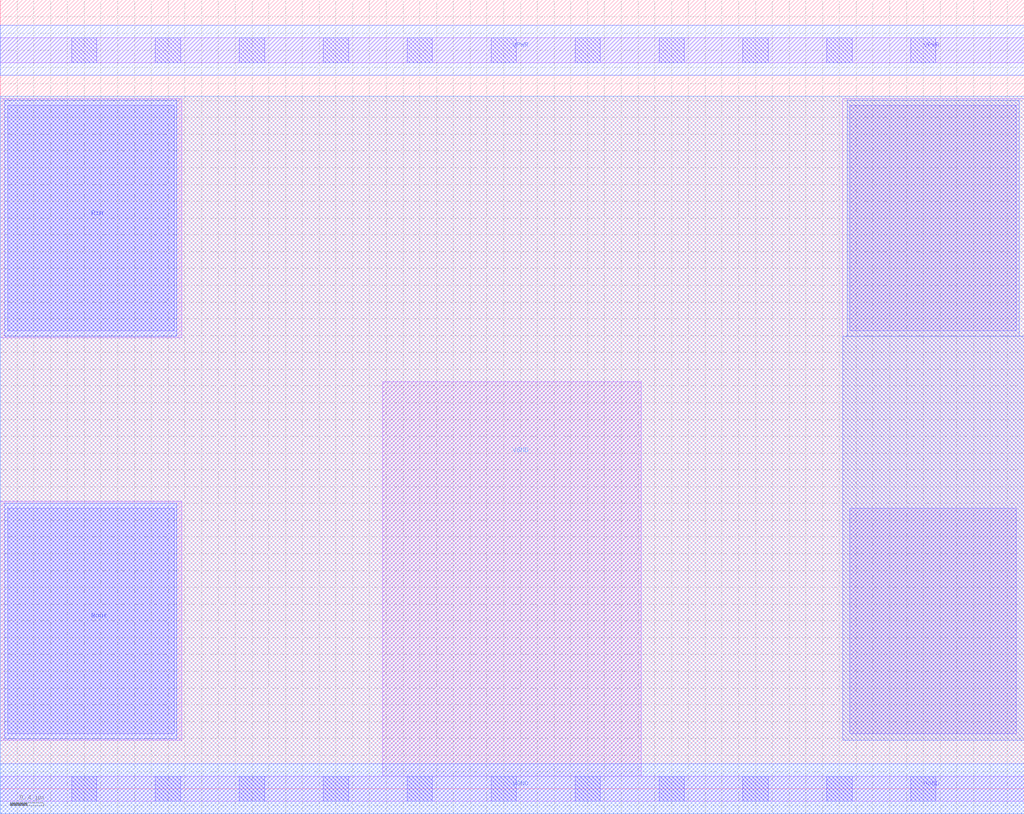
<source format=lef>
VERSION 5.7 ;
  NOWIREEXTENSIONATPIN ON ;
  DIVIDERCHAR "/" ;
  BUSBITCHARS "[]" ;
MACRO sky130_asc_res
  CLASS CORE ;
  FOREIGN sky130_asc_res ;
  ORIGIN 0.000 0.000 ;
  SIZE 12.200 BY 9.400 ;
  SITE unitasc ;
  PIN Rin
    DIRECTION INOUT ;
    PORT
      LAYER li1 ;
        RECT 0.000 5.375 2.160 8.225 ;
      LAYER mcon ;
        RECT 0.090 5.455 2.075 8.145 ;
      LAYER met1 ;
        RECT 0.055 5.395 2.105 8.205 ;
    END
  END Rin
  PIN Rout
    DIRECTION INOUT ;
    PORT
      LAYER li1 ;
        RECT 0.000 0.575 2.160 3.425 ;
      LAYER mcon ;
        RECT 0.090 0.655 2.075 3.345 ;
      LAYER met1 ;
        RECT 0.055 0.595 2.105 3.405 ;
    END
  END Rout
  PIN VPWR
    DIRECTION INOUT ;
    USE POWER ;
    PORT
      LAYER li1 ;
        RECT 0.000 8.650 12.200 8.950 ;
      LAYER mcon ;
        RECT 0.850 8.650 1.150 8.950 ;
        RECT 1.850 8.650 2.150 8.950 ;
        RECT 2.850 8.650 3.150 8.950 ;
        RECT 3.850 8.650 4.150 8.950 ;
        RECT 4.850 8.650 5.150 8.950 ;
        RECT 5.850 8.650 6.150 8.950 ;
        RECT 6.850 8.650 7.150 8.950 ;
        RECT 7.850 8.650 8.150 8.950 ;
        RECT 8.850 8.650 9.150 8.950 ;
        RECT 9.850 8.650 10.150 8.950 ;
        RECT 10.850 8.650 11.150 8.950 ;
      LAYER met1 ;
        RECT 0.000 8.500 12.200 9.100 ;
    END
  END VPWR
  PIN VGND
    DIRECTION INOUT ;
    USE GROUND ;
    PORT
      LAYER pwell ;
        RECT 0.000 -0.300 12.200 8.250 ;
      LAYER li1 ;
        RECT 4.560 0.150 7.640 4.850 ;
        RECT 0.000 -0.150 12.200 0.150 ;
      LAYER mcon ;
        RECT 0.850 -0.150 1.150 0.150 ;
        RECT 1.850 -0.150 2.150 0.150 ;
        RECT 2.850 -0.150 3.150 0.150 ;
        RECT 3.850 -0.150 4.150 0.150 ;
        RECT 4.850 -0.150 5.150 0.150 ;
        RECT 5.850 -0.150 6.150 0.150 ;
        RECT 6.850 -0.150 7.150 0.150 ;
        RECT 7.850 -0.150 8.150 0.150 ;
        RECT 8.850 -0.150 9.150 0.150 ;
        RECT 9.850 -0.150 10.150 0.150 ;
        RECT 10.850 -0.150 11.150 0.150 ;
      LAYER met1 ;
        RECT 0.000 -0.300 12.200 0.300 ;
    END
  END VGND
  OBS
      LAYER li1 ;
        RECT 10.040 0.575 12.200 8.225 ;
      LAYER mcon ;
        RECT 10.125 5.455 12.110 8.145 ;
        RECT 10.125 0.655 12.110 3.345 ;
      LAYER met1 ;
        RECT 10.095 5.395 12.145 8.205 ;
        RECT 10.040 0.575 12.200 5.395 ;
  END
END sky130_asc_res
END LIBRARY


</source>
